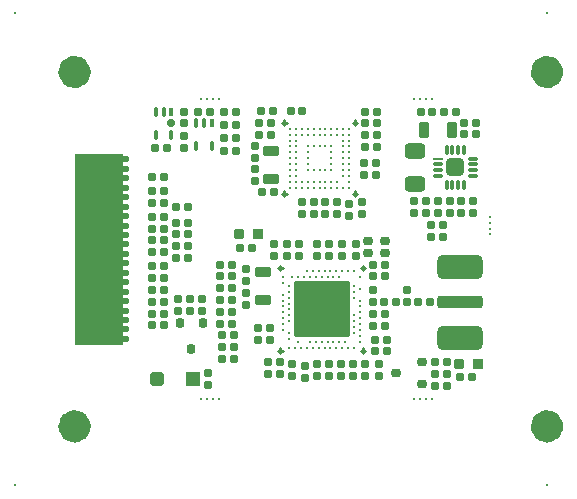
<source format=gbr>
%TF.GenerationSoftware,Altium Limited,Altium Designer,25.2.1 (25)*%
G04 Layer_Color=8388736*
%FSLAX45Y45*%
%MOMM*%
%TF.SameCoordinates,B7DAEB1B-2A83-4E2F-BFC4-A44EEF3E448A*%
%TF.FilePolarity,Negative*%
%TF.FileFunction,Soldermask,Top*%
%TF.Part,CustomerPanel*%
G01*
G75*
%TA.AperFunction,NonConductor*%
%ADD43C,0.15000*%
%TA.AperFunction,ConnectorPad*%
G04:AMPARAMS|DCode=58|XSize=2.1mm|YSize=3.9mm|CornerRadius=0.55mm|HoleSize=0mm|Usage=FLASHONLY|Rotation=270.000|XOffset=0mm|YOffset=0mm|HoleType=Round|Shape=RoundedRectangle|*
%AMROUNDEDRECTD58*
21,1,2.10000,2.80000,0,0,270.0*
21,1,1.00000,3.90000,0,0,270.0*
1,1,1.10000,-1.40000,-0.50000*
1,1,1.10000,-1.40000,0.50000*
1,1,1.10000,1.40000,0.50000*
1,1,1.10000,1.40000,-0.50000*
%
%ADD58ROUNDEDRECTD58*%
%TA.AperFunction,SMDPad,CuDef*%
G04:AMPARAMS|DCode=59|XSize=3.28mm|YSize=0.58mm|CornerRadius=0.165mm|HoleSize=0mm|Usage=FLASHONLY|Rotation=0.000|XOffset=0mm|YOffset=0mm|HoleType=Round|Shape=RoundedRectangle|*
%AMROUNDEDRECTD59*
21,1,3.28000,0.25000,0,0,0.0*
21,1,2.95000,0.58000,0,0,0.0*
1,1,0.33000,1.47500,-0.12500*
1,1,0.33000,-1.47500,-0.12500*
1,1,0.33000,-1.47500,0.12500*
1,1,0.33000,1.47500,0.12500*
%
%ADD59ROUNDEDRECTD59*%
%TA.AperFunction,WasherPad*%
G04:AMPARAMS|DCode=60|XSize=0.2032mm|YSize=0.2032mm|CornerRadius=0mm|HoleSize=0mm|Usage=FLASHONLY|Rotation=180.000|XOffset=0mm|YOffset=0mm|HoleType=Round|Shape=RoundedRectangle|*
%AMROUNDEDRECTD60*
21,1,0.20320,0.20320,0,0,180.0*
21,1,0.20320,0.20320,0,0,180.0*
1,1,0.00000,-0.10160,0.10160*
1,1,0.00000,0.10160,0.10160*
1,1,0.00000,0.10160,-0.10160*
1,1,0.00000,-0.10160,-0.10160*
%
%ADD60ROUNDEDRECTD60*%
G04:AMPARAMS|DCode=61|XSize=0.2032mm|YSize=0.2032mm|CornerRadius=0mm|HoleSize=0mm|Usage=FLASHONLY|Rotation=270.000|XOffset=0mm|YOffset=0mm|HoleType=Round|Shape=RoundedRectangle|*
%AMROUNDEDRECTD61*
21,1,0.20320,0.20320,0,0,270.0*
21,1,0.20320,0.20320,0,0,270.0*
1,1,0.00000,-0.10160,-0.10160*
1,1,0.00000,-0.10160,0.10160*
1,1,0.00000,0.10160,0.10160*
1,1,0.00000,0.10160,-0.10160*
%
%ADD61ROUNDEDRECTD61*%
%TA.AperFunction,NonConductor*%
%ADD116C,2.14000*%
%TA.AperFunction,SMDPad,CuDef*%
G04:AMPARAMS|DCode=117|XSize=0.6mm|YSize=0.6mm|CornerRadius=0.175mm|HoleSize=0mm|Usage=FLASHONLY|Rotation=0.000|XOffset=0mm|YOffset=0mm|HoleType=Round|Shape=RoundedRectangle|*
%AMROUNDEDRECTD117*
21,1,0.60000,0.25000,0,0,0.0*
21,1,0.25000,0.60000,0,0,0.0*
1,1,0.35000,0.12500,-0.12500*
1,1,0.35000,-0.12500,-0.12500*
1,1,0.35000,-0.12500,0.12500*
1,1,0.35000,0.12500,0.12500*
%
%ADD117ROUNDEDRECTD117*%
G04:AMPARAMS|DCode=118|XSize=0.7mm|YSize=0.8mm|CornerRadius=0.2mm|HoleSize=0mm|Usage=FLASHONLY|Rotation=270.000|XOffset=0mm|YOffset=0mm|HoleType=Round|Shape=RoundedRectangle|*
%AMROUNDEDRECTD118*
21,1,0.70000,0.40000,0,0,270.0*
21,1,0.30000,0.80000,0,0,270.0*
1,1,0.40000,-0.20000,-0.15000*
1,1,0.40000,-0.20000,0.15000*
1,1,0.40000,0.20000,0.15000*
1,1,0.40000,0.20000,-0.15000*
%
%ADD118ROUNDEDRECTD118*%
G04:AMPARAMS|DCode=119|XSize=0.41mm|YSize=0.78mm|CornerRadius=0.1225mm|HoleSize=0mm|Usage=FLASHONLY|Rotation=0.000|XOffset=0mm|YOffset=0mm|HoleType=Round|Shape=RoundedRectangle|*
%AMROUNDEDRECTD119*
21,1,0.41000,0.53500,0,0,0.0*
21,1,0.16500,0.78000,0,0,0.0*
1,1,0.24500,0.08250,-0.26750*
1,1,0.24500,-0.08250,-0.26750*
1,1,0.24500,-0.08250,0.26750*
1,1,0.24500,0.08250,0.26750*
%
%ADD119ROUNDEDRECTD119*%
%ADD120R,0.41000X0.78000*%
G04:AMPARAMS|DCode=121|XSize=0.7mm|YSize=0.7mm|CornerRadius=0.2mm|HoleSize=0mm|Usage=FLASHONLY|Rotation=270.000|XOffset=0mm|YOffset=0mm|HoleType=Round|Shape=RoundedRectangle|*
%AMROUNDEDRECTD121*
21,1,0.70000,0.30000,0,0,270.0*
21,1,0.30000,0.70000,0,0,270.0*
1,1,0.40000,-0.15000,-0.15000*
1,1,0.40000,-0.15000,0.15000*
1,1,0.40000,0.15000,0.15000*
1,1,0.40000,0.15000,-0.15000*
%
%ADD121ROUNDEDRECTD121*%
%TA.AperFunction,BGAPad,CuDef*%
%ADD122C,0.28000*%
%TA.AperFunction,SMDPad,CuDef*%
G04:AMPARAMS|DCode=123|XSize=4.77mm|YSize=4.77mm|CornerRadius=0.2475mm|HoleSize=0mm|Usage=FLASHONLY|Rotation=0.000|XOffset=0mm|YOffset=0mm|HoleType=Round|Shape=RoundedRectangle|*
%AMROUNDEDRECTD123*
21,1,4.77000,4.27500,0,0,0.0*
21,1,4.27500,4.77000,0,0,0.0*
1,1,0.49500,2.13750,-2.13750*
1,1,0.49500,-2.13750,-2.13750*
1,1,0.49500,-2.13750,2.13750*
1,1,0.49500,2.13750,2.13750*
%
%ADD123ROUNDEDRECTD123*%
G04:AMPARAMS|DCode=124|XSize=0.7mm|YSize=0.7mm|CornerRadius=0.2mm|HoleSize=0mm|Usage=FLASHONLY|Rotation=0.000|XOffset=0mm|YOffset=0mm|HoleType=Round|Shape=RoundedRectangle|*
%AMROUNDEDRECTD124*
21,1,0.70000,0.30000,0,0,0.0*
21,1,0.30000,0.70000,0,0,0.0*
1,1,0.40000,0.15000,-0.15000*
1,1,0.40000,-0.15000,-0.15000*
1,1,0.40000,-0.15000,0.15000*
1,1,0.40000,0.15000,0.15000*
%
%ADD124ROUNDEDRECTD124*%
G04:AMPARAMS|DCode=125|XSize=0.7mm|YSize=0.8mm|CornerRadius=0.2mm|HoleSize=0mm|Usage=FLASHONLY|Rotation=0.000|XOffset=0mm|YOffset=0mm|HoleType=Round|Shape=RoundedRectangle|*
%AMROUNDEDRECTD125*
21,1,0.70000,0.40000,0,0,0.0*
21,1,0.30000,0.80000,0,0,0.0*
1,1,0.40000,0.15000,-0.20000*
1,1,0.40000,-0.15000,-0.20000*
1,1,0.40000,-0.15000,0.20000*
1,1,0.40000,0.15000,0.20000*
%
%ADD125ROUNDEDRECTD125*%
G04:AMPARAMS|DCode=126|XSize=0.84mm|YSize=1.39mm|CornerRadius=0.22mm|HoleSize=0mm|Usage=FLASHONLY|Rotation=90.000|XOffset=0mm|YOffset=0mm|HoleType=Round|Shape=RoundedRectangle|*
%AMROUNDEDRECTD126*
21,1,0.84000,0.95000,0,0,90.0*
21,1,0.40000,1.39000,0,0,90.0*
1,1,0.44000,0.47500,0.20000*
1,1,0.44000,0.47500,-0.20000*
1,1,0.44000,-0.47500,-0.20000*
1,1,0.44000,-0.47500,0.20000*
%
%ADD126ROUNDEDRECTD126*%
%TA.AperFunction,BGAPad,CuDef*%
%ADD127C,0.27000*%
%TA.AperFunction,ConnectorPad*%
G04:AMPARAMS|DCode=128|XSize=1.1mm|YSize=3.9mm|CornerRadius=0.3mm|HoleSize=0mm|Usage=FLASHONLY|Rotation=270.000|XOffset=0mm|YOffset=0mm|HoleType=Round|Shape=RoundedRectangle|*
%AMROUNDEDRECTD128*
21,1,1.10000,3.30000,0,0,270.0*
21,1,0.50000,3.90000,0,0,270.0*
1,1,0.60000,-1.65000,-0.25000*
1,1,0.60000,-1.65000,0.25000*
1,1,0.60000,1.65000,0.25000*
1,1,0.60000,1.65000,-0.25000*
%
%ADD128ROUNDEDRECTD128*%
%TA.AperFunction,SMDPad,CuDef*%
G04:AMPARAMS|DCode=129|XSize=0.9mm|YSize=0.9mm|CornerRadius=0.25mm|HoleSize=0mm|Usage=FLASHONLY|Rotation=270.000|XOffset=0mm|YOffset=0mm|HoleType=Round|Shape=RoundedRectangle|*
%AMROUNDEDRECTD129*
21,1,0.90000,0.40000,0,0,270.0*
21,1,0.40000,0.90000,0,0,270.0*
1,1,0.50000,-0.20000,-0.20000*
1,1,0.50000,-0.20000,0.20000*
1,1,0.50000,0.20000,0.20000*
1,1,0.50000,0.20000,-0.20000*
%
%ADD129ROUNDEDRECTD129*%
%ADD130R,0.90000X0.90000*%
G04:AMPARAMS|DCode=131|XSize=0.79mm|YSize=0.69mm|CornerRadius=0.1825mm|HoleSize=0mm|Usage=FLASHONLY|Rotation=0.000|XOffset=0mm|YOffset=0mm|HoleType=Round|Shape=RoundedRectangle|*
%AMROUNDEDRECTD131*
21,1,0.79000,0.32500,0,0,0.0*
21,1,0.42500,0.69000,0,0,0.0*
1,1,0.36500,0.21250,-0.16250*
1,1,0.36500,-0.21250,-0.16250*
1,1,0.36500,-0.21250,0.16250*
1,1,0.36500,0.21250,0.16250*
%
%ADD131ROUNDEDRECTD131*%
%ADD132R,1.20000X1.20000*%
G04:AMPARAMS|DCode=133|XSize=1.2mm|YSize=1.2mm|CornerRadius=0.325mm|HoleSize=0mm|Usage=FLASHONLY|Rotation=270.000|XOffset=0mm|YOffset=0mm|HoleType=Round|Shape=RoundedRectangle|*
%AMROUNDEDRECTD133*
21,1,1.20000,0.55000,0,0,270.0*
21,1,0.55000,1.20000,0,0,270.0*
1,1,0.65000,-0.27500,-0.27500*
1,1,0.65000,-0.27500,0.27500*
1,1,0.65000,0.27500,0.27500*
1,1,0.65000,0.27500,-0.27500*
%
%ADD133ROUNDEDRECTD133*%
%ADD134R,0.81000X0.29000*%
G04:AMPARAMS|DCode=135|XSize=0.29mm|YSize=0.81mm|CornerRadius=0.0875mm|HoleSize=0mm|Usage=FLASHONLY|Rotation=90.000|XOffset=0mm|YOffset=0mm|HoleType=Round|Shape=RoundedRectangle|*
%AMROUNDEDRECTD135*
21,1,0.29000,0.63500,0,0,90.0*
21,1,0.11500,0.81000,0,0,90.0*
1,1,0.17500,0.31750,0.05750*
1,1,0.17500,0.31750,-0.05750*
1,1,0.17500,-0.31750,-0.05750*
1,1,0.17500,-0.31750,0.05750*
%
%ADD135ROUNDEDRECTD135*%
G04:AMPARAMS|DCode=136|XSize=0.29mm|YSize=0.81mm|CornerRadius=0.0875mm|HoleSize=0mm|Usage=FLASHONLY|Rotation=0.000|XOffset=0mm|YOffset=0mm|HoleType=Round|Shape=RoundedRectangle|*
%AMROUNDEDRECTD136*
21,1,0.29000,0.63500,0,0,0.0*
21,1,0.11500,0.81000,0,0,0.0*
1,1,0.17500,0.05750,-0.31750*
1,1,0.17500,-0.05750,-0.31750*
1,1,0.17500,-0.05750,0.31750*
1,1,0.17500,0.05750,0.31750*
%
%ADD136ROUNDEDRECTD136*%
G04:AMPARAMS|DCode=137|XSize=1.56mm|YSize=1.56mm|CornerRadius=0.405mm|HoleSize=0mm|Usage=FLASHONLY|Rotation=0.000|XOffset=0mm|YOffset=0mm|HoleType=Round|Shape=RoundedRectangle|*
%AMROUNDEDRECTD137*
21,1,1.56000,0.75000,0,0,0.0*
21,1,0.75000,1.56000,0,0,0.0*
1,1,0.81000,0.37500,-0.37500*
1,1,0.81000,-0.37500,-0.37500*
1,1,0.81000,-0.37500,0.37500*
1,1,0.81000,0.37500,0.37500*
%
%ADD137ROUNDEDRECTD137*%
G04:AMPARAMS|DCode=138|XSize=0.84mm|YSize=1.39mm|CornerRadius=0.22mm|HoleSize=0mm|Usage=FLASHONLY|Rotation=180.000|XOffset=0mm|YOffset=0mm|HoleType=Round|Shape=RoundedRectangle|*
%AMROUNDEDRECTD138*
21,1,0.84000,0.95000,0,0,180.0*
21,1,0.40000,1.39000,0,0,180.0*
1,1,0.44000,-0.20000,0.47500*
1,1,0.44000,0.20000,0.47500*
1,1,0.44000,0.20000,-0.47500*
1,1,0.44000,-0.20000,-0.47500*
%
%ADD138ROUNDEDRECTD138*%
G04:AMPARAMS|DCode=139|XSize=1.75mm|YSize=1.35mm|CornerRadius=0.3625mm|HoleSize=0mm|Usage=FLASHONLY|Rotation=0.000|XOffset=0mm|YOffset=0mm|HoleType=Round|Shape=RoundedRectangle|*
%AMROUNDEDRECTD139*
21,1,1.75000,0.62500,0,0,0.0*
21,1,1.02500,1.35000,0,0,0.0*
1,1,0.72500,0.51250,-0.31250*
1,1,0.72500,-0.51250,-0.31250*
1,1,0.72500,-0.51250,0.31250*
1,1,0.72500,0.51250,0.31250*
%
%ADD139ROUNDEDRECTD139*%
%TA.AperFunction,NonConductor*%
%ADD140C,0.25000*%
G36*
X1409998Y1689996D02*
X999999D01*
Y3309996D01*
X1409998D01*
Y1689996D01*
D02*
G37*
D43*
X3354998Y3569998D02*
X3394998D01*
X3374962Y3549993D02*
Y3589993D01*
X2754999Y2970000D02*
X2794999D01*
X2774963Y2949995D02*
Y2989995D01*
X2754999Y3569998D02*
X2794999D01*
X2774963Y3549993D02*
Y3589993D01*
X3354998Y2970000D02*
X3394998D01*
X3374962Y2949995D02*
Y2989995D01*
D58*
X4264997Y2349994D02*
D03*
Y1749995D02*
D03*
D59*
X1299998Y1899997D02*
D03*
Y1819997D02*
D03*
Y1979997D02*
D03*
Y1739997D02*
D03*
Y2139996D02*
D03*
Y2059996D02*
D03*
Y2379996D02*
D03*
Y2219996D02*
D03*
Y2619995D02*
D03*
Y2299996D02*
D03*
Y2539995D02*
D03*
Y2459996D02*
D03*
Y2779995D02*
D03*
Y3019994D02*
D03*
Y3099994D02*
D03*
Y3179994D02*
D03*
Y2699995D02*
D03*
Y3259994D02*
D03*
Y2859995D02*
D03*
Y2939995D02*
D03*
D60*
X5000000Y500000D02*
D03*
Y4500000D02*
D03*
X500000D02*
D03*
Y500000D02*
D03*
X2075000Y1230000D02*
D03*
X2225000D02*
D03*
X2175000D02*
D03*
X2125000D02*
D03*
X3875000D02*
D03*
X4025000D02*
D03*
X3975000D02*
D03*
X3925000D02*
D03*
X4025000Y3770000D02*
D03*
X3875000D02*
D03*
X3925000D02*
D03*
X3975000D02*
D03*
X2175000D02*
D03*
X2125000D02*
D03*
X2075000D02*
D03*
X2225000D02*
D03*
D61*
X4522000Y2625000D02*
D03*
Y2775000D02*
D03*
Y2725000D02*
D03*
Y2675000D02*
D03*
D116*
X1033000Y1000000D02*
G03*
X1033000Y1000000I-33000J0D01*
G01*
X5032998Y4000000D02*
G03*
X5032998Y4000000I-33000J0D01*
G01*
X1033000D02*
G03*
X1033000Y4000000I-33000J0D01*
G01*
X5032998Y1000000D02*
G03*
X5032998Y1000000I-33000J0D01*
G01*
D117*
X1819998Y3569996D02*
D03*
D118*
X3725000Y1449995D02*
D03*
X3945000Y1544996D02*
D03*
Y1354993D02*
D03*
D119*
X1819998Y3464996D02*
D03*
X1689996D02*
D03*
Y3664995D02*
D03*
X1754995D02*
D03*
X2160000Y3369995D02*
D03*
X2029997D02*
D03*
Y3569995D02*
D03*
X2094996D02*
D03*
D120*
X1819998Y3664995D02*
D03*
X2160000Y3569995D02*
D03*
D121*
X3874997Y2804997D02*
D03*
X3974997D02*
D03*
X3875001Y2904996D02*
D03*
X3975000D02*
D03*
X2329997Y1969995D02*
D03*
X2229997D02*
D03*
X2664997Y3569995D02*
D03*
X2564997D02*
D03*
X4149998Y1344996D02*
D03*
X4049999D02*
D03*
X2329997Y2369993D02*
D03*
X2229997D02*
D03*
Y2069995D02*
D03*
X2329997D02*
D03*
X2229997Y2269996D02*
D03*
X2329997D02*
D03*
Y2169995D02*
D03*
X2229997D02*
D03*
X4049999Y1444996D02*
D03*
X4149998D02*
D03*
X4264999Y1414995D02*
D03*
X4364999D02*
D03*
X4150000Y1544995D02*
D03*
X4050000D02*
D03*
X1759999Y2894997D02*
D03*
X1659999D02*
D03*
X1759997Y2994998D02*
D03*
X1659997D02*
D03*
X2249997Y1769995D02*
D03*
X2349997D02*
D03*
X2349999Y1669994D02*
D03*
X2250000D02*
D03*
X2350000Y1569996D02*
D03*
X2250000D02*
D03*
X2229997Y1869995D02*
D03*
X2329997D02*
D03*
X2654999Y1734997D02*
D03*
X2554999D02*
D03*
X1659997Y2354996D02*
D03*
X1759997D02*
D03*
X1659997Y2254997D02*
D03*
X1759997D02*
D03*
X1959999Y2424994D02*
D03*
X1859999D02*
D03*
X1959999Y2624996D02*
D03*
X1859999D02*
D03*
X1959997Y2724996D02*
D03*
X1859997D02*
D03*
X1659999Y2574996D02*
D03*
X1759999D02*
D03*
X1760000Y2474994D02*
D03*
X1660000D02*
D03*
X1659997Y2674995D02*
D03*
X1759997D02*
D03*
X1659999Y2774995D02*
D03*
X1759999D02*
D03*
X1959996Y2524994D02*
D03*
X1859997D02*
D03*
X4019999Y2604998D02*
D03*
X4119999D02*
D03*
Y2704998D02*
D03*
X4019999D02*
D03*
X1859999Y2854993D02*
D03*
X1959999D02*
D03*
X2564999Y3469997D02*
D03*
X2664999D02*
D03*
X2579997Y3669998D02*
D03*
X2679996D02*
D03*
X1660000Y3109996D02*
D03*
X1760000D02*
D03*
X3560000Y3364997D02*
D03*
X3460000D02*
D03*
X1659997Y2054996D02*
D03*
X1759997D02*
D03*
X1659998Y2154996D02*
D03*
X1759998D02*
D03*
X3644999Y1634996D02*
D03*
X3544999D02*
D03*
X3644999Y1734996D02*
D03*
X3544999D02*
D03*
X3530001Y1849995D02*
D03*
X3630001D02*
D03*
X3630000Y2269994D02*
D03*
X3530001D02*
D03*
X3625001Y2369993D02*
D03*
X3525001D02*
D03*
X3630001Y1949994D02*
D03*
X3530001D02*
D03*
X3620000Y2054994D02*
D03*
X3720000D02*
D03*
X4010000D02*
D03*
X3910000D02*
D03*
X2554998Y1834998D02*
D03*
X2654998D02*
D03*
X4129997Y3659995D02*
D03*
X4229997D02*
D03*
X4029997D02*
D03*
X3929997D02*
D03*
X1784997Y3359995D02*
D03*
X1684997D02*
D03*
X2365001Y3664994D02*
D03*
X2265001D02*
D03*
X2044999Y3664997D02*
D03*
X2144999D02*
D03*
X2265001Y3554997D02*
D03*
X2365001D02*
D03*
X2264998Y3334993D02*
D03*
X2364998D02*
D03*
X2365001Y3444995D02*
D03*
X2265001D02*
D03*
X3452998Y3129997D02*
D03*
X3552998D02*
D03*
X2689997Y2984994D02*
D03*
X2589997D02*
D03*
X1760000Y1854995D02*
D03*
X1660000D02*
D03*
X1760000Y1954995D02*
D03*
X1660000D02*
D03*
X2504999Y2509996D02*
D03*
X2404999D02*
D03*
X2830001Y3669998D02*
D03*
X2930001D02*
D03*
X3552998Y3229997D02*
D03*
X3452998D02*
D03*
X3460001Y3664997D02*
D03*
X3560001D02*
D03*
X3459998Y3464998D02*
D03*
X3559998D02*
D03*
X3460001Y3564997D02*
D03*
X3560001D02*
D03*
D122*
X2817226Y1939998D02*
D03*
X2967223Y2314993D02*
D03*
X3017226D02*
D03*
X3367228D02*
D03*
X3317225D02*
D03*
X3267228D02*
D03*
X3217225D02*
D03*
X3167228D02*
D03*
X3117226D02*
D03*
X3067228Y1664997D02*
D03*
X2892227Y1714995D02*
D03*
X2992227D02*
D03*
X3042225D02*
D03*
X2817226Y1664997D02*
D03*
X2867224D02*
D03*
X2917226D02*
D03*
X2967223D02*
D03*
X3017226D02*
D03*
X3367228D02*
D03*
X3317225D02*
D03*
X3267228D02*
D03*
X3217225D02*
D03*
X3167228D02*
D03*
X3117226D02*
D03*
X3417225Y1714995D02*
D03*
X3292227D02*
D03*
X3242224D02*
D03*
X3192227D02*
D03*
X3142224D02*
D03*
X3092227D02*
D03*
Y2264996D02*
D03*
X2842225D02*
D03*
X2892227D02*
D03*
X2942225D02*
D03*
X2992227D02*
D03*
X3042225D02*
D03*
X3417225D02*
D03*
X3242224D02*
D03*
X3192227D02*
D03*
X3142224D02*
D03*
X3067228Y2314993D02*
D03*
X2817226Y1739993D02*
D03*
Y1789996D02*
D03*
X2767224Y1814994D02*
D03*
Y1864997D02*
D03*
X2817226Y1889995D02*
D03*
X2767224Y1914994D02*
D03*
Y1964997D02*
D03*
X2817226Y1989995D02*
D03*
X2767224Y2014994D02*
D03*
X2817226Y2039998D02*
D03*
X2767224Y2064996D02*
D03*
X2817226Y2089995D02*
D03*
X2767224Y2114994D02*
D03*
X2817226Y2139997D02*
D03*
Y2189995D02*
D03*
X2767224Y2214994D02*
D03*
Y2264996D02*
D03*
X3367228Y1939998D02*
D03*
Y1789996D02*
D03*
Y1889995D02*
D03*
Y2089995D02*
D03*
Y2139997D02*
D03*
Y2189995D02*
D03*
X3417225Y1814994D02*
D03*
Y1864997D02*
D03*
Y1914994D02*
D03*
Y1964997D02*
D03*
Y2014994D02*
D03*
Y2064996D02*
D03*
Y2164996D02*
D03*
X3367223Y1839998D02*
D03*
X3417225Y1764997D02*
D03*
D123*
X3092227Y1989995D02*
D03*
D124*
X3124998Y2899996D02*
D03*
Y2799996D02*
D03*
X2079998Y1974995D02*
D03*
Y2074995D02*
D03*
X2845001Y1429994D02*
D03*
Y1529993D02*
D03*
X2955001Y1509994D02*
D03*
Y1409994D02*
D03*
X3254998Y1524996D02*
D03*
Y1424997D02*
D03*
X3155001Y1424996D02*
D03*
Y1524996D02*
D03*
X2640000Y1544994D02*
D03*
Y1444994D02*
D03*
X2740001Y1544996D02*
D03*
Y1444996D02*
D03*
X1980000Y1974997D02*
D03*
Y2074997D02*
D03*
X4174999Y2904997D02*
D03*
Y2804997D02*
D03*
X4075000Y2904997D02*
D03*
Y2804997D02*
D03*
X4274998D02*
D03*
Y2904997D02*
D03*
X4374996Y2904996D02*
D03*
Y2804997D02*
D03*
X3574998Y1524994D02*
D03*
Y1424994D02*
D03*
X3354998Y1424995D02*
D03*
Y1524994D02*
D03*
X2794999Y2539993D02*
D03*
Y2439993D02*
D03*
X3054998Y2439996D02*
D03*
Y2539996D02*
D03*
X3264997Y2539997D02*
D03*
Y2439997D02*
D03*
X3815000Y2154994D02*
D03*
Y2054994D02*
D03*
X3530001Y2154994D02*
D03*
Y2054994D02*
D03*
X2454996Y2029995D02*
D03*
Y2129994D02*
D03*
Y2329994D02*
D03*
Y2229995D02*
D03*
X2900000Y2539996D02*
D03*
Y2439996D02*
D03*
X3054998Y1424996D02*
D03*
Y1524995D02*
D03*
X3460001Y1424995D02*
D03*
Y1524995D02*
D03*
X3158532Y2539997D02*
D03*
Y2439997D02*
D03*
X3379999Y2539996D02*
D03*
Y2439996D02*
D03*
X2690001Y2539996D02*
D03*
Y2439996D02*
D03*
X4399999Y3571995D02*
D03*
Y3471995D02*
D03*
X4299999Y3571995D02*
D03*
Y3471995D02*
D03*
X1924996Y3664994D02*
D03*
Y3564995D02*
D03*
Y3354998D02*
D03*
Y3454997D02*
D03*
X3024998Y2899996D02*
D03*
Y2799996D02*
D03*
X2924998Y2899996D02*
D03*
Y2799996D02*
D03*
X3324998Y2884995D02*
D03*
Y2784995D02*
D03*
X3224998Y2899995D02*
D03*
Y2799995D02*
D03*
X1879999Y1974994D02*
D03*
Y2074993D02*
D03*
X3434998Y2899996D02*
D03*
Y2799996D02*
D03*
X2129998Y1449995D02*
D03*
Y1349995D02*
D03*
X2529998Y3179996D02*
D03*
Y3079996D02*
D03*
Y3274996D02*
D03*
Y3374996D02*
D03*
D125*
X1990001Y1654997D02*
D03*
X1895000Y1874997D02*
D03*
X2084997D02*
D03*
D126*
X2662997Y3094994D02*
D03*
Y3334994D02*
D03*
X2594996Y2069995D02*
D03*
Y2309995D02*
D03*
D127*
X2824996Y3519996D02*
D03*
X2874999D02*
D03*
X2924996D02*
D03*
X2974999D02*
D03*
X3025001D02*
D03*
X3074998D02*
D03*
X3125001D02*
D03*
X3174998D02*
D03*
X3225001D02*
D03*
X3274998D02*
D03*
X3325000D02*
D03*
X2824996Y3469994D02*
D03*
X2874999D02*
D03*
X2924996D02*
D03*
X2974999D02*
D03*
X3025001D02*
D03*
X3074998D02*
D03*
X3125001D02*
D03*
X3174998D02*
D03*
X3225001D02*
D03*
X3325000D02*
D03*
X2824996Y3419996D02*
D03*
X2874999D02*
D03*
X3274998D02*
D03*
X3325000D02*
D03*
X2824996Y3369994D02*
D03*
X2874999D02*
D03*
X2974999D02*
D03*
X3025001D02*
D03*
X3074998D02*
D03*
X3125001D02*
D03*
X3174998D02*
D03*
X3274998D02*
D03*
X3325000D02*
D03*
X2824996Y3319996D02*
D03*
X2874999D02*
D03*
X2974999D02*
D03*
X3174998D02*
D03*
X3274998D02*
D03*
X3325000D02*
D03*
X2824996Y3269994D02*
D03*
X2874999D02*
D03*
X2974999D02*
D03*
X3174998D02*
D03*
X3274998D02*
D03*
X3325000D02*
D03*
X2824996Y3219997D02*
D03*
X2874999D02*
D03*
X2974999D02*
D03*
X3174998D02*
D03*
X3274998D02*
D03*
X3325000D02*
D03*
X2824996Y3169994D02*
D03*
X2874999D02*
D03*
X2974999D02*
D03*
X3025001D02*
D03*
X3074998D02*
D03*
X3125001D02*
D03*
X3174998D02*
D03*
X3274998D02*
D03*
X3325000D02*
D03*
X2824996Y3119997D02*
D03*
X2874999D02*
D03*
X3274998D02*
D03*
X3325000D02*
D03*
X2824996Y3069994D02*
D03*
X2874999D02*
D03*
X2924996D02*
D03*
X2974999D02*
D03*
X3025001D02*
D03*
X3074998D02*
D03*
X3125001D02*
D03*
X3174998D02*
D03*
X3225001D02*
D03*
X3325000D02*
D03*
X2824996Y3019997D02*
D03*
X2874999D02*
D03*
X2924996D02*
D03*
X2974999D02*
D03*
X3025001D02*
D03*
X3074998D02*
D03*
X3125001D02*
D03*
X3174998D02*
D03*
X3225001D02*
D03*
X3274998D02*
D03*
X3325000D02*
D03*
X3274998Y3469994D02*
D03*
D128*
X4264997Y2049994D02*
D03*
D129*
X2394997Y2624996D02*
D03*
X4254997Y1529995D02*
D03*
D130*
X2554997Y2624996D02*
D03*
X4414997Y1529995D02*
D03*
D131*
X3485001Y2569993D02*
D03*
X3625001D02*
D03*
Y2469994D02*
D03*
X3485001D02*
D03*
D132*
X1999997Y1399993D02*
D03*
D133*
X1699998D02*
D03*
D134*
X4080001Y3266997D02*
D03*
D135*
Y3216994D02*
D03*
Y3166997D02*
D03*
Y3116994D02*
D03*
X4369998D02*
D03*
Y3166997D02*
D03*
Y3216994D02*
D03*
Y3266997D02*
D03*
D136*
X4149998Y3046997D02*
D03*
X4200000D02*
D03*
X4249998D02*
D03*
X4300000D02*
D03*
Y3336994D02*
D03*
X4249998D02*
D03*
X4200000D02*
D03*
X4149998D02*
D03*
D137*
X4224999Y3191995D02*
D03*
D138*
X4199999Y3511995D02*
D03*
X3960000D02*
D03*
D139*
X3885000Y3054996D02*
D03*
Y3334996D02*
D03*
D140*
X2722225Y2339997D02*
X2762225D01*
X3422224D02*
X3462224D01*
X3442224Y2319997D02*
Y2359997D01*
X3422224Y1639993D02*
X3462224D01*
X3442224Y1619993D02*
Y1659993D01*
X2722225Y1639993D02*
X2762225D01*
X2742225Y1619993D02*
Y1659993D01*
Y2319997D02*
Y2359997D01*
X3354998Y3569993D02*
X3394998D01*
X3374998Y3549993D02*
Y3589993D01*
X2754999Y2969995D02*
X2794999D01*
X2774999Y2949995D02*
Y2989995D01*
X2754999Y3569993D02*
X2794999D01*
X2774999Y3549993D02*
Y3589993D01*
X3354998Y2969995D02*
X3394998D01*
X3374998Y2949995D02*
Y2989995D01*
%TF.MD5,20a5a621cdb4da0cf9d9350a49f2a1b4*%
M02*

</source>
